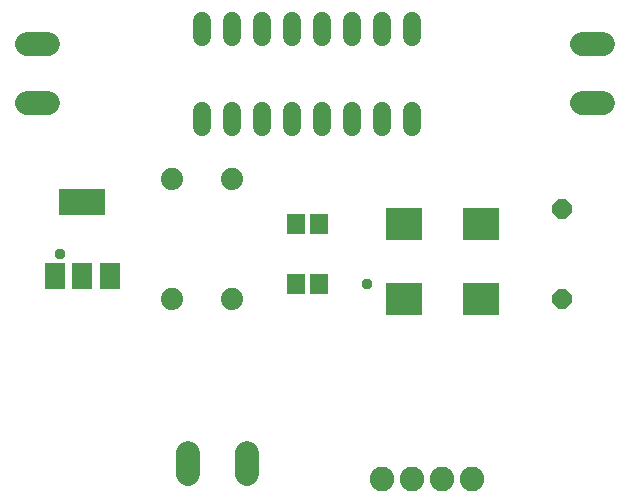
<source format=gbr>
G04 EAGLE Gerber RS-274X export*
G75*
%MOMM*%
%FSLAX34Y34*%
%LPD*%
%INSoldermask Top*%
%IPPOS*%
%AMOC8*
5,1,8,0,0,1.08239X$1,22.5*%
G01*
%ADD10P,1.759533X8X112.500000*%
%ADD11R,3.103200X2.703200*%
%ADD12C,1.879600*%
%ADD13C,1.524000*%
%ADD14R,1.703200X2.203200*%
%ADD15R,4.003200X2.203200*%
%ADD16C,2.082800*%
%ADD17R,1.503200X1.803200*%
%ADD18R,1.503200X1.703200*%
%ADD19C,1.993900*%
%ADD20C,0.959600*%


D10*
X520700Y190500D03*
X520700Y266700D03*
D11*
X451600Y190500D03*
X386600Y190500D03*
X451600Y254000D03*
X386600Y254000D03*
D12*
X241300Y292100D03*
X241300Y190500D03*
X190500Y292100D03*
X190500Y190500D03*
D13*
X215900Y336296D02*
X215900Y349504D01*
X241300Y349504D02*
X241300Y336296D01*
X368300Y336296D02*
X368300Y349504D01*
X393700Y349504D02*
X393700Y336296D01*
X266700Y336296D02*
X266700Y349504D01*
X292100Y349504D02*
X292100Y336296D01*
X342900Y336296D02*
X342900Y349504D01*
X317500Y349504D02*
X317500Y336296D01*
X393700Y412496D02*
X393700Y425704D01*
X368300Y425704D02*
X368300Y412496D01*
X342900Y412496D02*
X342900Y425704D01*
X317500Y425704D02*
X317500Y412496D01*
X292100Y412496D02*
X292100Y425704D01*
X266700Y425704D02*
X266700Y412496D01*
X241300Y412496D02*
X241300Y425704D01*
X215900Y425704D02*
X215900Y412496D01*
D14*
X91300Y209800D03*
X114300Y209800D03*
X137300Y209800D03*
D15*
X114300Y272800D03*
D16*
X368300Y38100D03*
X393700Y38100D03*
X419100Y38100D03*
X444500Y38100D03*
D17*
X295300Y203200D03*
X314300Y203200D03*
D18*
X295300Y254000D03*
X314300Y254000D03*
D19*
X203600Y59754D02*
X203600Y41847D01*
X253600Y41847D02*
X253600Y59754D01*
X537147Y356000D02*
X555054Y356000D01*
X555054Y406000D02*
X537147Y406000D01*
X85154Y406000D02*
X67247Y406000D01*
X67247Y356000D02*
X85154Y356000D01*
D20*
X95250Y228600D03*
X355600Y203200D03*
M02*

</source>
